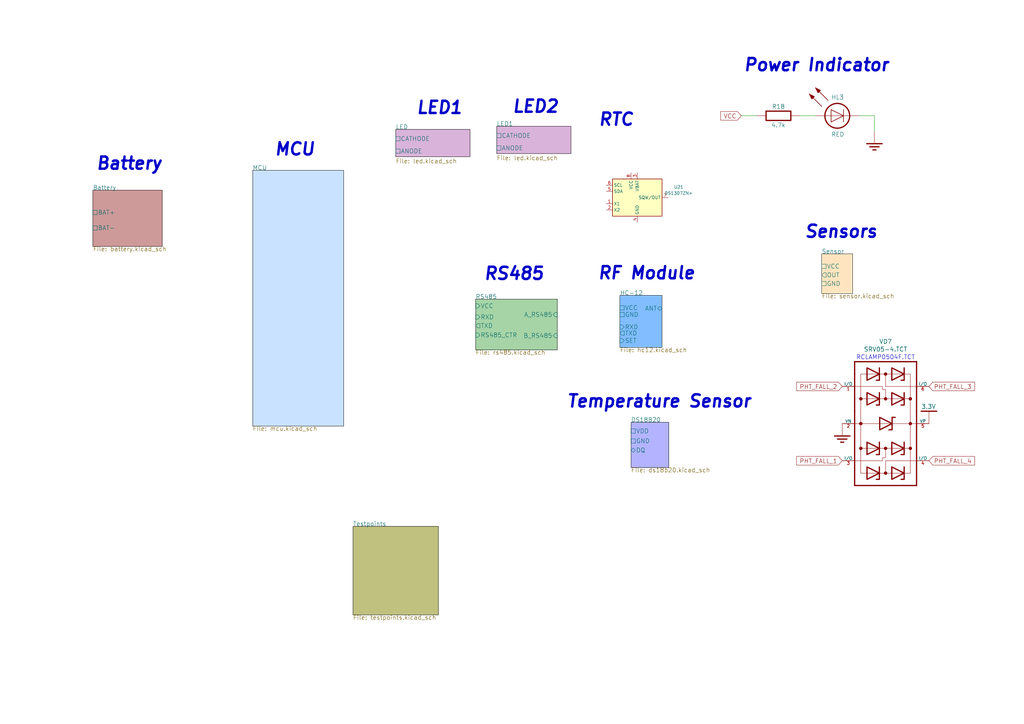
<source format=kicad_sch>
(kicad_sch (version 20211123) (generator eeschema)
  (paper "A3")
  (junction (at 354.584 -114.935))
  (junction (at 568.96 426.974))
  (junction (at 613.41 457.454))
  (junction (at 603.504 640.842))
  (junction (at 594.36 426.974))
  (junction (at 508.508 250.698))
  (junction (at 354.584 -132.715))
  (junction (at 743.458 93.98))
  (junction (at 354.584 -97.155))
  (junction (at 581.914 653.542))
  (junction (at 483.108 255.778))
  (junction (at 431.419 -150.495))
  (junction (at 637.921 24.765))
  (junction (at 247.904 -132.715))
  (junction (at 634.619 -112.395))
  (junction (at 316.484 -132.715))
  (junction (at 209.804 -122.555))
  (junction (at 329.184 -132.715))
  (junction (at 450.469 -150.495))
  (junction (at 316.484 -122.555))
  (junction (at 611.378 243.078))
  (junction (at 637.921 5.715))
  (junction (at 506.349 -150.495))
  (junction (at 650.24 457.454))
  (junction (at 591.693 154.178))
  (junction (at 635 493.014))
  (junction (at 635 470.154))
  (junction (at 638.683 141.478))
  (junction (at 660.4 402.844))
  (junction (at 293.624 -132.715))
  (junction (at 684.784 -163.195))
  (junction (at 612.521 -7.62))
  (junction (at 606.933 128.778))
  (junction (at 556.26 467.614))
  (junction (at 209.804 -132.715))
  (junction (at 235.204 -132.715))
  (junction (at 487.299 -150.495))
  (junction (at 587.883 128.778))
  (junction (at 606.933 141.478))
  (junction (at 568.96 457.454))
  (junction (at 594.36 457.454))
  (junction (at 628.65 444.754))
  (junction (at 281.432 386.588))
  (junction (at 235.204 -122.555))
  (junction (at 367.284 -132.715))
  (junction (at 250.952 386.588))
  (junction (at 383.794 -132.715))
  (junction (at 609.854 -163.195))
  (junction (at 603.504 620.522))
  (junction (at 568.96 447.294))
  (junction (at 743.458 83.82))
  (junction (at 609.854 640.842))
  (junction (at 665.099 -112.395))
  (junction (at 543.56 467.614))
  (junction (at 293.624 -98.425))
  (junction (at 521.208 245.618))
  (junction (at 601.218 225.298))
  (junction (at 697.484 -163.195))
  (junction (at 519.049 -150.495))
  (wire (pts (xy 367.284 -114.935) (xy 354.584 -114.935)))
  (wire (pts (xy 638.683 154.178) (xy 638.683 141.478)))
  (wire (pts (xy 450.469 -150.495) (xy 463.169 -150.495)))
  (wire (pts (xy 367.284 -132.715) (xy 383.794 -132.715)))
  (wire (pts (xy 611.378 249.428) (xy 611.378 243.078)))
  (wire (pts (xy 304.038 47.498) (xy 310.388 47.498)))
  (wire (pts (xy 629.158 225.298) (xy 629.158 231.648)))
  (wire (pts (xy 761.238 88.9) (xy 761.238 93.98)))
  (wire (pts (xy 656.59 439.674) (xy 656.59 446.024)))
  (wire (pts (xy 622.554 647.192) (xy 609.854 647.192)))
  (wire (pts (xy 367.284 -128.905) (xy 367.284 -132.715)))
  (wire (pts (xy 612.521 -7.62) (xy 637.921 -7.62)))
  (wire (pts (xy 209.804 -122.555) (xy 235.204 -122.555)))
  (wire (pts (xy 310.134 -122.555) (xy 316.484 -122.555)))
  (wire (pts (xy 293.624 -145.415) (xy 293.624 -132.715)))
  (wire (pts (xy 354.584 -97.155) (xy 383.794 -97.155)))
  (wire (pts (xy 521.208 239.268) (xy 521.208 245.618)))
  (polyline (pts (xy 646.684 605.917) (xy 646.684 682.117)) (stroke (width 0.508)))
  (wire (pts (xy 587.883 128.778) (xy 606.933 128.778)))
  (polyline (pts (xy 228.092 411.988) (xy 291.592 411.988)) (stroke (width 1)))
  (polyline (pts (xy 646.684 682.117) (xy 542.544 682.117)) (stroke (width 0.508)))
  (wire (pts (xy 480.949 -150.495) (xy 487.299 -150.495)))
  (wire (pts (xy 635 444.754) (xy 628.65 444.754)))
  (wire (pts (xy 280.924 -132.715) (xy 293.624 -132.715)))
  (wire (pts (xy 581.66 447.294) (xy 568.96 447.294)))
  (polyline (pts (xy 507.365 381.889) (xy 508 510.159)) (stroke (width 0.508)))
  (wire (pts (xy 674.243 154.178) (xy 680.593 154.178)))
  (wire (pts (xy 508.508 250.698) (xy 521.208 250.698)))
  (wire (pts (xy 358.648 53.848) (xy 358.648 47.498)))
  (wire (pts (xy 609.854 601.472) (xy 603.504 601.472)))
  (wire (pts (xy 609.854 640.842) (xy 603.504 640.842)))
  (wire (pts (xy 257.302 386.588) (xy 250.952 386.588)))
  (wire (pts (xy 609.854 -163.195) (xy 641.604 -163.195)))
  (wire (pts (xy 487.299 -150.495) (xy 506.349 -150.495)))
  (polyline (pts (xy 725.805 508.889) (xy 725.805 380.619)) (stroke (width 0.508)))
  (wire (pts (xy 508.508 239.268) (xy 508.508 250.698)))
  (wire (pts (xy 635.508 226.568) (xy 635.508 221.488)))
  (wire (pts (xy 502.158 250.698) (xy 508.508 250.698)))
  (wire (pts (xy 348.234 -114.935) (xy 354.584 -114.935)))
  (wire (pts (xy 638.683 128.778) (xy 638.683 132.588)))
  (wire (pts (xy 685.8 402.844) (xy 660.4 402.844)))
  (wire (pts (xy 472.059 -140.335) (xy 472.059 -141.605)))
  (wire (pts (xy 606.171 -7.62) (xy 612.521 -7.62)))
  (wire (pts (xy 272.034 -83.185) (xy 278.384 -83.185)))
  (wire (pts (xy 635 470.154) (xy 635 444.754)))
  (wire (pts (xy 594.36 426.974) (xy 568.96 426.974)))
  (wire (pts (xy 628.65 426.974) (xy 594.36 426.974)))
  (polyline (pts (xy 725.805 380.619) (xy 507.365 380.619)) (stroke (width 0.508)))
  (wire (pts (xy 556.26 493.014) (xy 601.98 493.014)))
  (wire (pts (xy 644.271 57.785) (xy 650.621 57.785)))
  (wire (pts (xy 594.36 457.454) (xy 613.41 457.454)))
  (polyline (pts (xy 291.592 353.568) (xy 228.092 353.568)) (stroke (width 1)))
  (wire (pts (xy 502.158 245.618) (xy 521.208 245.618)))
  (wire (pts (xy 431.419 -150.495) (xy 450.469 -150.495)))
  (wire (pts (xy 603.504 601.472) (xy 603.504 620.522)))
  (wire (pts (xy 743.458 73.66) (xy 743.458 83.82)))
  (polyline (pts (xy 291.592 411.988) (xy 291.592 353.568)) (stroke (width 1)))
  (wire (pts (xy 799.338 83.82) (xy 818.388 83.82)))
  (wire (pts (xy 601.218 249.428) (xy 601.218 225.298)))
  (wire (pts (xy 761.238 78.74) (xy 761.238 73.66)))
  (wire (pts (xy 650.494 -153.035) (xy 650.494 -154.305)))
  (wire (pts (xy 685.8 406.654) (xy 685.8 402.844)))
  (wire (pts (xy 588.01 457.454) (xy 594.36 457.454)))
  (wire (pts (xy 648.208 226.568) (xy 635.508 226.568)))
  (wire (pts (xy 637.921 2.54) (xy 637.921 5.715)))
  (wire (pts (xy 568.96 447.294) (xy 568.96 444.754)))
  (wire (pts (xy 761.238 83.82) (xy 766.318 83.82)))
  (wire (pts (xy 581.914 653.542) (xy 588.264 653.542)))
  (wire (pts (xy 587.883 141.478) (xy 606.933 141.478)))
  (wire (pts (xy 316.484 -145.415) (xy 316.484 -132.715)))
  (wire (pts (xy 203.454 -122.555) (xy 209.804 -122.555)))
  (wire (pts (xy 278.384 -83.185) (xy 278.384 -89.535)))
  (wire (pts (xy 660.4 421.894) (xy 660.4 415.544)))
  (wire (pts (xy 373.634 -114.935) (xy 379.984 -114.935)))
  (wire (pts (xy 603.504 620.522) (xy 603.504 640.842)))
  (wire (pts (xy 293.624 -98.425) (xy 293.624 -74.295)))
  (wire (pts (xy 612.521 5.08) (xy 612.521 5.715)))
  (wire (pts (xy 766.318 78.74) (xy 761.238 78.74)))
  (wire (pts (xy 483.108 255.778) (xy 521.208 255.778)))
  (wire (pts (xy 281.432 404.368) (xy 275.082 404.368)))
  (wire (pts (xy 609.854 647.192) (xy 609.854 640.842)))
  (wire (pts (xy 601.218 225.298) (xy 592.328 225.298)))
  (wire (pts (xy 543.56 467.614) (xy 556.26 467.614)))
  (wire (pts (xy 562.61 426.974) (xy 568.96 426.974)))
  (wire (pts (xy 354.584 -132.715) (xy 329.184 -132.715)))
  (wire (pts (xy 358.648 47.498) (xy 352.298 47.498)))
  (wire (pts (xy 275.082 386.588) (xy 281.432 386.588)))
  (wire (pts (xy 247.904 -127.635) (xy 247.904 -132.715)))
  (wire (pts (xy 637.921 5.715) (xy 637.921 24.765)))
  (wire (pts (xy 592.328 243.078) (xy 611.378 243.078)))
  (wire (pts (xy 594.36 437.134) (xy 594.36 426.974)))
  (polyline (pts (xy 538.734 580.517) (xy 642.874 580.517)) (stroke (width 0.508)))
  (wire (pts (xy 609.854 620.522) (xy 603.504 620.522)))
  (wire (pts (xy 669.29 434.594) (xy 662.94 434.594)))
  (wire (pts (xy 602.996 24.765) (xy 609.346 24.765)))
  (wire (pts (xy 606.933 128.778) (xy 638.683 128.778)))
  (wire (pts (xy 655.701 24.765) (xy 669.671 24.765)))
  (wire (pts (xy 658.749 -112.395) (xy 665.099 -112.395)))
  (wire (pts (xy 293.624 -74.295) (xy 284.734 -74.295)))
  (wire (pts (xy 556.26 467.614) (xy 556.26 493.014)))
  (wire (pts (xy 235.204 -122.555) (xy 247.904 -122.555)))
  (wire (pts (xy 649.859 -103.505) (xy 649.859 -102.235)))
  (wire (pts (xy 293.624 -132.715) (xy 293.624 -98.425)))
  (wire (pts (xy 638.683 141.478) (xy 606.933 141.478)))
  (wire (pts (xy 743.458 83.82) (xy 743.458 93.98)))
  (wire (pts (xy 630.936 24.765) (xy 637.921 24.765)))
  (wire (pts (xy 681.99 480.314) (xy 681.99 457.454)))
  (wire (pts (xy 619.76 493.014) (xy 635 493.014)))
  (polyline (pts (xy 228.092 353.568) (xy 228.092 411.988)) (stroke (width 1)))
  (wire (pts (xy 629.158 236.728) (xy 629.158 243.078)))
  (wire (pts (xy 244.602 386.588) (xy 250.952 386.588)))
  (wire (pts (xy 568.96 450.469) (xy 568.96 447.294)))
  (wire (pts (xy 638.683 137.668) (xy 638.683 141.478)))
  (wire (pts (xy 629.158 231.648) (xy 648.208 231.648)))
  (wire (pts (xy 568.96 457.454) (xy 575.31 457.454)))
  (wire (pts (xy 367.284 -118.745) (xy 367.284 -114.935)))
  (wire (pts (xy 635 493.014) (xy 666.75 493.014)))
  (wire (pts (xy 650.24 402.844) (xy 650.24 457.454)))
  (wire (pts (xy 383.794 -132.715) (xy 386.334 -132.715)))
  (wire (pts (xy 629.158 236.728) (xy 648.208 236.728)))
  (wire (pts (xy 329.184 -132.715) (xy 316.484 -132.715)))
  (wire (pts (xy 506.349 -150.495) (xy 519.049 -150.495)))
  (wire (pts (xy 328.168 47.498) (xy 334.518 47.498)))
  (wire (pts (xy 659.384 -163.195) (xy 684.784 -163.195)))
  (wire (pts (xy 640.969 -112.395) (xy 634.619 -112.395)))
  (wire (pts (xy 681.99 457.454) (xy 650.24 457.454)))
  (wire (pts (xy 287.274 -98.425) (xy 293.624 -98.425)))
  (wire (pts (xy 612.521 5.715) (xy 637.921 5.715)))
  (wire (pts (xy 766.318 88.9) (xy 761.238 88.9)))
  (wire (pts (xy 235.204 -132.715) (xy 247.904 -132.715)))
  (wire (pts (xy 348.234 -97.155) (xy 354.584 -97.155)))
  (wire (pts (xy 684.784 -163.195) (xy 697.484 -163.195)))
  (wire (pts (xy 656.59 446.024) (xy 669.29 446.024)))
  (wire (pts (xy 575.564 653.542) (xy 581.914 653.542)))
  (wire (pts (xy 316.484 -122.555) (xy 329.184 -122.555)))
  (wire (pts (xy 669.29 446.024) (xy 669.29 439.674)))
  (wire (pts (xy 601.218 225.298) (xy 611.378 225.298)))
  (wire (pts (xy 635 493.014) (xy 635 470.154)))
  (wire (pts (xy 209.804 -132.715) (xy 235.204 -132.715)))
  (wire (pts (xy 622.554 659.892) (xy 622.554 647.192)))
  (polyline (pts (xy 508 509.524) (xy 726.44 508.889)) (stroke (width 0.508)))
  (wire (pts (xy 660.4 402.844) (xy 650.24 402.844)))
  (wire (pts (xy 568.96 457.454) (xy 568.96 451.104)))
  (polyline (pts (xy 542.544 682.117) (xy 542.544 605.917)) (stroke (width 0.508)))
  (wire (pts (xy 613.41 432.054) (xy 613.41 457.454)))
  (wire (pts (xy 367.284 -132.715) (xy 354.584 -132.715)))
  (text "Power Indicator" (at 304.673 29.718 0) (effects (font (size 5.0038 5.0038) (thickness 1.0008) bold italic) (justify left bottom)))
  (text "LED" (at 567.8678 560.9336 0) (effects (font (size 19.9898 19.9898) (thickness 3.998) bold italic) (justify left bottom)))
  (text "MCU" (at 112.268 64.262 0) (effects (font (size 5 5) (thickness 1.0008) bold italic) (justify left bottom)))
  (text "Voltage Regulators" (at 431.419 -205.105 0) (effects (font (size 19.9898 19.9898) (thickness 3.998) bold italic) (justify left bottom)))
  (text "RTC" (at 245.11 52.07 0) (effects (font (size 5 5) (thickness 1.0008) bold italic) (justify left bottom)))
  (text "Ground" (at 685.165 435.864 0) (effects (font (size 1.778 1.778) italic) (justify left bottom)))
  (text "Active Buzzer +" (at 648.843 133.858 0) (effects (font (size 1.778 1.778) italic) (justify left bottom)))
  (text "Regulated" (at 374.269 -91.44 0) (effects (font (size 2.54 2.54)) (justify left bottom)))
  (text "3.3/5V" (at 618.998 120.523 0) (effects (font (size 2.54 2.54)) (justify left bottom)))
  (text "Power Supply 12V" (at 618.109 616.712 0) (effects (font (size 1.778 1.778) italic) (justify left bottom)))
  (text "Active Buzzer -" (at 648.843 138.938 0) (effects (font (size 1.778 1.778) italic) (justify left bottom)))
  (text "No Zener Diode" (at 659.765 50.038 0) (effects (font (size 2.54 2.54)) (justify left bottom)))
  (text "Receive" (at 664.083 232.918 0) (effects (font (size 1.778 1.778) italic) (justify left bottom)))
  (text "Power Supply 3.3V" (at 656.463 227.838 0) (effects (font (size 1.778 1.778) italic) (justify left bottom)))
  (text "Battery Voltage" (at 234.188 345.694 0) (effects (font (size 5 5) (thickness 1.0008) bold italic) (justify left bottom)))
  (text "Ground" (at 563.626 9.525 0) (effects (font (size 1.778 1.778) italic) (justify left bottom)))
  (text "Extra package" (at 242.824 -102.235 0) (effects (font (size 2.54 2.54)) (justify left bottom)))
  (text "LED1" (at 170.434 47.244 0) (effects (font (size 5 5) (thickness 1.0008) bold italic) (justify left bottom)))
  (text "LED2" (at 209.804 46.736 0) (effects (font (size 5 5) (thickness 1.0008) bold italic) (justify left bottom)))
  (text "Ground" (at 625.094 602.742 0) (effects (font (size 1.778 1.778) italic) (justify left bottom)))
  (text "RS485" (at 198.12 115.316 0) (effects (font (size 5.0038 5.0038) (thickness 1.0008) bold italic) (justify left bottom)))
  (text "Ground" (at 537.083 262.128 0) (effects (font (size 1.778 1.778) italic) (justify left bottom)))
  (text "Battery" (at 39.116 70.104 0) (effects (font (size 5 5) (thickness 1.0008) bold italic) (justify left bottom)))
  (text "Ground" (at 625.729 642.112 0) (effects (font (size 1.778 1.778) italic) (justify left bottom)))
  (text "Extra package" (at 684.53 496.189 0) (effects (font (size 2.54 2.54)) (justify left bottom)))
  (text "Transmit" (at 663.448 237.998 0) (effects (font (size 1.778 1.778) italic) (justify left bottom)))
  (text "Corrections" (at 598.805 397.129 0) (effects (font (size 5.0038 5.0038)) (justify left bottom)))
  (text "Ground" (at 625.094 621.792 0) (effects (font (size 1.778 1.778) italic) (justify left bottom)))
  (text "Confirmed" (at 579.374 577.342 0) (effects (font (size 5.0038 5.0038)) (justify left bottom)))
  (text "Signal" (at 685.8 430.784 0) (effects (font (size 1.778 1.778) italic) (justify left bottom)))
  (text "Serial Data" (at 533.908 251.968 0) (effects (font (size 1.778 1.778) italic) (justify left bottom)))
  (text "Ground" (at 566.166 26.67 0) (effects (font (size 1.778 1.778) italic) (justify left bottom)))
  (text "Short if driver is not used" (at 582.93 487.299 0) (effects (font (size 2.54 2.54)) (justify left bottom)))
  (text "Lock/Fan PWM control" (at 466.09 364.744 0) (effects (font (size 19.9898 19.9898) (thickness 3.998) bold italic) (justify left bottom)))
  (text "Power Supply 5V" (at 657.098 222.758 0) (effects (font (size 1.778 1.778) italic) (justify left bottom)))
  (text "Temperature Sensor" (at 232.156 167.64 0) (effects (font (size 5.0038 5.0038) (thickness 1.0008) bold italic) (justify left bottom)))
  (text "RF Module" (at 244.856 115.062 0) (effects (font (size 5.0038 5.0038) (thickness 1.0008) bold italic) (justify left bottom)))
  (text "UART" (at 641.223 208.788 0) (effects (font (size 5.0038 5.0038) (thickness 1.0008) bold italic) (justify left bottom)))
  (text "Buzzer" (at 607.568 98.298 0) (effects (font (size 5.0038 5.0038) (thickness 1.0008) bold italic) (justify left bottom)))
  (text "Power Supply 12V" (at 618.1598 637.0066 0) (effects (font (size 1.778 1.778) italic) (justify left bottom)))
  (text "Ground" (at 664.083 243.078 0) (effects (font (size 1.778 1.778) italic) (justify left bottom)))
  (text "IIC EEPROM" (at 761.238 66.04 0) (effects (font (size 5.0038 5.0038) (thickness 1.0008) bold italic) (justify left bottom)))
  (text "Voltage Regulator 3.3V 0.2A" (at 600.329 -128.905 0) (effects (font (size 5.0038 5.0038) (thickness 1.0008) bold italic) (justify left bottom)))
  (text "Power Supply 12V" (at 618.109 597.662 0) (effects (font (size 1.778 1.778) italic) (justify left bottom)))
  (text "Ground" (at 701.04 413.004 0) (effects (font (size 1.778 1.778) italic) (justify left bottom)))
  (text "Voltage Input (protected)!" (at 538.861 -10.795 0) (effects (font (size 2.54 2.54)) (justify left bottom)))
  (text "Power Supply 12V" (at 559.181 -24.13 0) (effects (font (size 5.0038 5.0038) (thickness 1.0008) bold italic) (justify left bottom)))
  (text "Voltage Regulator 5V 0.5A" (at 419.354 -164.465 0) (effects (font (size 5.0038 5.0038) (thickness 1.0008) bold italic) (justify left bottom)))
  (text "Power Supply 3.3V" (at 529.463 257.048 0) (effects (font (size 1.778 1.778) italic) (justify left bottom)))
  (text "I²C/UART1" (at 495.808 207.518 0) (effects (font (size 5.0038 5.0038) (thickness 1.0008) bold italic) (justify left bottom)))
  (text "Step-Down Converter" (at 208.534 -162.56 0) (effects (font (size 10.0076 10.0076) (thickness 2.0015) bold italic) (justify left bottom)))
  (text "Fix XL4005 footprint" (at 225.933 -120.65 0) (effects (font (size 5 5) (thickness 3.998) bold italic) (justify left bottom)))
  (text "Power" (at 685.8 440.944 0) (effects (font (size 1.778 1.778) italic) (justify left bottom)))
  (text "Address" (at 730.25 83.312 0) (effects (font (size 2.54 2.54) (thickness 1.0008) bold italic) (justify left bottom)))
  (text "Extra package" (at 291.084 -152.4 0) (effects (font (size 2.54 2.54)) (justify left bottom)))
  (text "Constant" (at 343.789 -90.17 0) (effects (font (size 2.54 2.54)) (justify left bottom)))
  (text "Input Voltage 12V" (at 558.546 21.59 0) (effects (font (size 1.778 1.778) italic) (justify left bottom)))
  (text "Input Voltage 12V" (at 558.546 3.81 0) (effects (font (size 1.778 1.778) italic) (justify left bottom)))
  (text "PWM Signal" (at 698.5 407.924 0) (effects (font (size 1.778 1.778) italic) (justify left bottom)))
  (text "Sensors" (at 329.692 98.044 0) (effects (font (size 5.0038 5.0038) (thickness 1.0008) bold italic) (justify left bottom)))
  (text "Raspberry" (at 631.698 200.533 0) (effects (font (size 5.0038 5.0038) (thickness 1.0008) bold italic) (justify left bottom)))
  (text "Serial Clock" (at 533.908 246.888 0) (effects (font (size 1.778 1.778) italic) (justify left bottom)))
  (text "RCLAMP0504F.TCT" (at 351.155 147.701 0) (effects (font (size 1.778 1.778)) (justify left bottom)))
  (text "Voltage Regulator 3.3V 1A" (at 598.424 -179.07 0) (effects (font (size 5.0038 5.0038) (thickness 1.0008) bold italic) (justify left bottom)))
  (global_label "FB" (shape input) (at 373.634 -114.935 180) (effects (font (size 1.778 1.778))) (property "Intersheet References" "${INTERSHEET_REFS}" (effects hide)))
  (global_label "I2C_SCL" (shape input) (at 799.338 88.9 0) (effects (font (size 1.778 1.778))) (property "Intersheet References" "${INTERSHEET_REFS}" (effects hide)))
  (global_label "GND_RAW" (shape input) (at 310.134 -122.555 180) (effects (font (size 1.778 1.778))) (property "Intersheet References" "${INTERSHEET_REFS}" (effects hide)))
  (global_label "12V_RAW" (shape input) (at 550.291 20.32 180) (effects (font (size 1.778 1.778))) (property "Intersheet References" "${INTERSHEET_REFS}" (effects hide)))
  (global_label "12V_RAW" (shape input) (at 606.171 -7.62 180) (effects (font (size 1.778 1.778))) (property "Intersheet References" "${INTERSHEET_REFS}" (effects hide)))
  (global_label "USART2_TX" (shape input) (at 592.328 225.298 180) (effects (font (size 1.778 1.778))) (property "Intersheet References" "${INTERSHEET_REFS}" (effects hide)))
  (global_label "USART2_RX" (shape input) (at 592.328 243.078 180) (effects (font (size 1.778 1.778))) (property "Intersheet References" "${INTERSHEET_REFS}" (effects hide)))
  (global_label "GND_RAW" (shape input) (at 550.291 25.4 180) (effects (font (size 1.778 1.778))) (property "Intersheet References" "${INTERSHEET_REFS}" (effects hide)))
  (global_label "VCC" (shape input) (at 304.038 47.498 180) (effects (font (size 1.778 1.778))) (property "Intersheet References" "${INTERSHEET_REFS}" (effects hide)))
  (global_label "PHT_FALL_1" (shape input) (at 345.44 188.976 180) (effects (font (size 1.778 1.778))) (property "Intersheet References" "${INTERSHEET_REFS}" (effects hide)))
  (global_label "GND_RAW" (shape input) (at 549.656 7.62 180) (effects (font (size 1.778 1.778))) (property "Intersheet References" "${INTERSHEET_REFS}" (effects hide)))
  (global_label "12V" (shape input) (at 685.8 411.734 180) (effects (font (size 1.778 1.778))) (property "Intersheet References" "${INTERSHEET_REFS}" (effects hide)))
  (global_label "FB" (shape input) (at 280.924 -127.635 0) (effects (font (size 1.778 1.778))) (property "Intersheet References" "${INTERSHEET_REFS}" (effects hide)))
  (global_label "PHT_FALL_2" (shape input) (at 345.44 158.496 180) (effects (font (size 1.778 1.778))) (property "Intersheet References" "${INTERSHEET_REFS}" (effects hide)))
  (global_label "LED_PWM_5V" (shape input) (at 581.279 628.142 0) (effects (font (size 1.778 1.778))) (property "Intersheet References" "${INTERSHEET_REFS}" (effects hide)))
  (global_label "SD_CS" (shape input) (at 669.29 429.514 180) (effects (font (size 1.778 1.778))) (property "Intersheet References" "${INTERSHEET_REFS}" (effects hide)))
  (global_label "LED_PWM" (shape input) (at 563.499 628.142 180) (effects (font (size 1.778 1.778))) (property "Intersheet References" "${INTERSHEET_REFS}" (effects hide)))
  (global_label "BUZZER" (shape input) (at 573.913 154.178 180) (effects (font (size 1.778 1.778))) (property "Intersheet References" "${INTERSHEET_REFS}" (effects hide)))
  (global_label "GND_RAW" (shape input) (at 602.996 24.765 180) (effects (font (size 1.778 1.778))) (property "Intersheet References" "${INTERSHEET_REFS}" (effects hide)))
  (global_label "CTR_BAT_VOL" (shape input) (at 275.082 404.368 180) (effects (font (size 1.778 1.778))) (property "Intersheet References" "${INTERSHEET_REFS}" (effects hide)))
  (global_label "GND_RAW" (shape input) (at 280.924 -122.555 0) (effects (font (size 1.778 1.778))) (property "Intersheet References" "${INTERSHEET_REFS}" (effects hide)))
  (global_label "BAT_VOL" (shape input) (at 244.602 386.588 180) (effects (font (size 1.778 1.778))) (property "Intersheet References" "${INTERSHEET_REFS}" (effects hide)))
  (global_label "FB" (shape input) (at 348.234 -114.935 180) (effects (font (size 1.778 1.778))) (property "Intersheet References" "${INTERSHEET_REFS}" (effects hide)))
  (global_label "12V_RAW" (shape input) (at 644.271 57.785 180) (effects (font (size 1.778 1.778))) (property "Intersheet References" "${INTERSHEET_REFS}" (effects hide)))
  (global_label "GND_RAW" (shape input) (at 348.234 -97.155 180) (effects (font (size 1.778 1.778))) (property "Intersheet References" "${INTERSHEET_REFS}" (effects hide)))
  (global_label "LED_PWM_5V" (shape input) (at 607.314 672.592 180) (effects (font (size 1.778 1.778))) (property "Intersheet References" "${INTERSHEET_REFS}" (effects hide)))
  (global_label "12V_RAW" (shape input) (at 549.656 2.54 180) (effects (font (size 1.778 1.778))) (property "Intersheet References" "${INTERSHEET_REFS}" (effects hide)))
  (global_label "GND_RAW" (shape input) (at 269.494 -98.425 180) (effects (font (size 1.778 1.778))) (property "Intersheet References" "${INTERSHEET_REFS}" (effects hide)))
  (global_label "I2C_SDA" (shape input) (at 502.158 250.698 180) (effects (font (size 1.778 1.778))) (property "Intersheet References" "${INTERSHEET_REFS}" (effects hide)))
  (global_label "12V" (shape input) (at 562.61 426.974 180) (effects (font (size 1.778 1.778))) (property "Intersheet References" "${INTERSHEET_REFS}" (effects hide)))
  (global_label "PHT_FALL_3" (shape input) (at 381 158.496 0) (effects (font (size 1.778 1.778))) (property "Intersheet References" "${INTERSHEET_REFS}" (effects hide)))
  (global_label "I2C_SCL" (shape input) (at 502.158 245.618 180) (effects (font (size 1.778 1.778))) (property "Intersheet References" "${INTERSHEET_REFS}" (effects hide)))
  (global_label "LED_PWM_5V" (shape input) (at 557.784 653.542 180) (effects (font (size 1.778 1.778))) (property "Intersheet References" "${INTERSHEET_REFS}" (effects hide)))
  (global_label "I2C_SDA" (shape input) (at 799.338 93.98 0) (effects (font (size 1.778 1.778))) (property "Intersheet References" "${INTERSHEET_REFS}" (effects hide)))
  (global_label "LOCK_PWM" (shape input) (at 525.78 467.614 180) (effects (font (size 1.778 1.778))) (property "Intersheet References" "${INTERSHEET_REFS}" (effects hide)))
  (global_label "GND_RAW" (shape input) (at 272.034 -83.185 180) (effects (font (size 1.778 1.778))) (property "Intersheet References" "${INTERSHEET_REFS}" (effects hide)))
  (global_label "12V" (shape input) (at 660.4 421.894 180) (effects (font (size 1.778 1.778))) (property "Intersheet References" "${INTERSHEET_REFS}" (effects hide)))
  (global_label "GND_RAW" (shape input) (at 272.034 -74.295 180) (effects (font (size 1.778 1.778))) (property "Intersheet References" "${INTERSHEET_REFS}" (effects hide)))
  (global_label "PHT_FALL_4" (shape input) (at 381 188.976 0) (effects (font (size 1.778 1.778))) (property "Intersheet References" "${INTERSHEET_REFS}" (effects hide)))
  (global_label "12V_RAW" (shape input) (at 386.334 -132.715 0) (effects (font (size 1.778 1.778))) (property "Intersheet References" "${INTERSHEET_REFS}" (effects hide)))
  (symbol (lib_name "C_CAP_31") (lib_id "Capacitors:C_CAP") (at 450.469 -145.415 270) (unit 1)
    (property "Reference" "C8" (at 455.168 -146.9644 90) (effects (font (size 1.778 1.778)) (justify left)))
    (property "Value" "0.1u" (at 455.168 -143.891 90) (effects (font (size 1.778 1.778)) (justify left)))
    (property "Footprint" "Capacitor_SMD:C_0603_1608Metric" (effects hide))
  )
  (symbol (lib_name "C_CAP_27") (lib_id "Capacitors:C_CAP") (at 506.349 -145.415 270) (unit 1)
    (property "Reference" "C10" (at 511.048 -146.9644 90) (effects (font (size 1.778 1.778)) (justify left)))
    (property "Value" "10u" (at 511.048 -143.891 90) (effects (font (size 1.778 1.778)) (justify left)))
    (property "Footprint" "Capacitor_SMD:C_1206_3216Metric_Pad1.33x1.80mm_HandSolder" (effects hide))
  )
  (symbol (lib_id "Power:GROUND") (at 472.059 -135.255 0) (unit 1)
    (property "Reference" "#PWR012" (effects hide))
    (property "Value" "GROUND" (effects hide))
  )
  (symbol (lib_id "Power:GROUND") (at 506.349 -135.255 0) (unit 1)
    (property "Reference" "#PWR014" (effects hide))
    (property "Value" "GROUND" (effects hide))
  )
  (symbol (lib_id "Power:GROUND") (at 450.469 -135.255 0) (unit 1)
    (property "Reference" "#PWR011" (effects hide))
    (property "Value" "GROUND" (effects hide))
  )
  (symbol (lib_id "Diodes:D_ZENER_SPICE") (at 612.521 -1.27 90) (unit 1)
    (property "Reference" "VD2" (at 615.95 -2.8194 90) (effects (font (size 1.778 1.778)) (justify right)))
    (property "Value" "SM6T12A" (at 615.95 0.254 90) (effects (font (size 1.778 1.778)) (justify right)))
    (property "Footprint" "Diode_SMD:D_SMB" (effects hide))
  )
  (symbol (lib_id "Connectors:XT_CONTACT_ARR2") (at 567.436 5.08 0) (unit 1)
    (property "Reference" "XT10" (at 564.896 -5.08 0) (effects (font (size 1.778 1.778)) (justify left)))
    (property "Value" "DC044A 5.5/3.5mm" (at 553.466 -1.905 0) (effects (font (size 1.778 1.778)) (justify left)))
    (property "Footprint" "Connector_BarrelJack:BarrelJack_DC044A_5.5_2.5mm_Horizontal" (effects hide))
  )
  (symbol (lib_id "Diodes:D_ZENER_SPICE") (at 519.049 -144.145 90) (unit 1)
    (property "Reference" "VD3" (at 522.478 -145.6944 90) (effects (font (size 1.778 1.778)) (justify right)))
    (property "Value" "CDSOD323-T05SC" (at 522.478 -142.621 90) (effects (font (size 1.778 1.778)) (justify right)))
    (property "Footprint" "Diode_SMD:D_SOD-323_HandSoldering" (effects hide))
  )
  (symbol (lib_id "Power:GROUND") (at 519.049 -132.715 0) (unit 1)
    (property "Reference" "#PWR016" (effects hide))
    (property "Value" "GROUND" (effects hide))
  )
  (symbol (lib_id "Power:GROUND") (at 345.44 178.816 0) (unit 1)
    (property "Reference" "#PWR090" (effects hide))
    (property "Value" "GROUND" (effects hide))
  )
  (symbol (lib_id "Chips:XC6206P332MR") (at 649.859 -112.395 0) (unit 1)
    (property "Reference" "DA4" (at 647.319 -122.555 0) (effects (font (size 1.778 1.778)) (justify left)))
    (property "Value" "XC6206P332MR" (at 639.064 -119.38 0) (effects (font (size 1.778 1.778)) (justify left)))
    (property "Footprint" "Package_TO_SOT_SMD:SOT-23" (effects hide))
  )
  (symbol (lib_id "Power:GROUND") (at 634.619 -97.155 0) (unit 1)
    (property "Reference" "#PWR018" (effects hide))
    (property "Value" "GROUND" (effects hide))
  )
  (symbol (lib_name "C_CAP_18") (lib_id "Capacitors:C_CAP") (at 634.619 -107.315 270) (unit 1)
    (property "Reference" "C16" (at 639.318 -108.8644 90) (effects (font (size 1.778 1.778)) (justify left)))
    (property "Value" "10u" (at 639.318 -105.791 90) (effects (font (size 1.778 1.778)) (justify left)))
    (property "Footprint" "Capacitor_SMD:C_1206_3216Metric_Pad1.33x1.80mm_HandSolder" (effects hide))
  )
  (symbol (lib_id "Power:GROUND") (at 665.099 -97.155 0) (unit 1)
    (property "Reference" "#PWR020" (effects hide))
    (property "Value" "GROUND" (effects hide))
  )
  (symbol (lib_name "C_CAP_19") (lib_id "Capacitors:C_CAP") (at 665.099 -107.315 270) (unit 1)
    (property "Reference" "C17" (at 669.798 -108.8644 90) (effects (font (size 1.778 1.778)) (justify left)))
    (property "Value" "10u" (at 669.798 -105.791 90) (effects (font (size 1.778 1.778)) (justify left)))
    (property "Footprint" "Capacitor_SMD:C_1206_3216Metric_Pad1.33x1.80mm_HandSolder" (effects hide))
  )
  (symbol (lib_id "Power:GROUND") (at 649.859 -97.155 0) (unit 1)
    (property "Reference" "#PWR019" (effects hide))
    (property "Value" "GROUND" (effects hide))
  )
  (symbol (lib_id "Power:3.3V") (at 483.108 250.698 0) (unit 1)
    (property "Reference" "U54" (effects hide))
    (property "Value" "3.3V" (at 480.1362 248.9454 0) (effects (font (size 1.778 1.778)) (justify left)))
  )
  (symbol (lib_id "Power:5V") (at 519.049 -155.575 0) (unit 1)
    (property "Reference" "U9" (effects hide))
    (property "Value" "5V" (at 517.3726 -157.0228 0) (effects (font (size 1.778 1.778)) (justify left)))
  )
  (symbol (lib_id "Power:GROUND") (at 648.208 246.888 0) (unit 1)
    (property "Reference" "#PWR063" (effects hide))
    (property "Value" "GROUND" (effects hide))
  )
  (symbol (lib_id "Diodes:VD_TVS_ARRAY9") (at 363.22 153.416 0) (unit 1)
    (property "Reference" "VD7" (at 363.22 140.081 0) (effects (font (size 1.778 1.778))))
    (property "Value" "SRV05-4.TCT" (at 363.22 143.256 0) (effects (font (size 1.778 1.778))))
    (property "Footprint" "Package_TO_SOT_SMD:SOT-23-6_Handsoldering" (effects hide))
  )
  (symbol (lib_id "Connectors:XT_CONTACT_ARR4") (at 538.988 253.238 0) (unit 1)
    (property "Reference" "XT17" (at 536.448 237.998 0) (effects (font (size 1.778 1.778)) (justify left)))
    (property "Value" "XH2.54-4" (at 533.273 241.173 0) (effects (font (size 1.778 1.778)) (justify left)))
    (property "Footprint" "Connector_JST:JST_XH_B4B-XH-A_1x04_P2.50mm_Vertical" (effects hide))
  )
  (symbol (lib_name "R_RES_10") (lib_id "Resistors:R_RES") (at 521.208 230.378 270) (unit 1)
    (property "Reference" "R15" (at 526.288 229.108 90) (effects (font (size 1.778 1.778))))
    (property "Value" "4.7k" (at 526.288 231.648 90) (effects (font (size 1.778 1.778))))
    (property "Footprint" "Resistor_SMD:R_0603_1608Metric" (effects hide))
  )
  (symbol (lib_name "R_RES_11") (lib_id "Resistors:R_RES") (at 508.508 230.378 270) (unit 1)
    (property "Reference" "R14" (at 513.588 229.108 90) (effects (font (size 1.778 1.778))))
    (property "Value" "4.7k" (at 513.588 231.648 90) (effects (font (size 1.778 1.778))))
    (property "Footprint" "Resistor_SMD:R_0603_1608Metric" (effects hide))
  )
  (symbol (lib_id "Power:3.3V") (at 508.508 216.408 0) (unit 1)
    (property "Reference" "U45" (effects hide))
    (property "Value" "3.3V" (at 505.5362 214.6554 0) (effects (font (size 1.778 1.778)) (justify left)))
  )
  (symbol (lib_id "Power:3.3V") (at 521.208 216.408 0) (unit 1)
    (property "Reference" "U46" (effects hide))
    (property "Value" "3.3V" (at 518.2362 214.6554 0) (effects (font (size 1.778 1.778)) (justify left)))
  )
  (symbol (lib_id "Power:3.3V") (at 381 168.656 0) (unit 1)
    (property "Reference" "U64" (effects hide))
    (property "Value" "3.3V" (at 377.825 166.751 0) (effects (font (size 1.778 1.778)) (justify left)))
  )
  (symbol (lib_id "Power:3.3V") (at 665.099 -117.475 0) (unit 1)
    (property "Reference" "U14" (effects hide))
    (property "Value" "3.3V" (at 662.1272 -119.2276 0) (effects (font (size 1.778 1.778)) (justify left)))
  )
  (symbol (lib_id "Audio:BA_SPEAKER") (at 606.933 135.128 270) (unit 1)
    (property "Reference" "BA1" (at 611.6066 133.5786 90) (effects (font (size 1.778 1.778)) (justify left)))
    (property "Value" "BUZZER 12x9.5mm" (at 611.6066 136.652 90) (effects (font (size 1.778 1.778)) (justify left)))
    (property "Footprint" "Buzzer_Beeper:Buzzer_12x9.5RM7.6" (effects hide))
  )
  (symbol (lib_id "Power:GROUND") (at 606.933 164.338 0) (unit 1)
    (property "Reference" "#PWR047" (effects hide))
    (property "Value" "GROUND" (effects hide))
  )
  (symbol (lib_id "Power:5V") (at 634.619 -117.475 0) (unit 1)
    (property "Reference" "U13" (effects hide))
    (property "Value" "5V" (at 632.9426 -118.9228 0) (effects (font (size 1.778 1.778)) (justify left)))
  )
  (symbol (lib_id "Power:GROUND") (at 521.208 265.938 0) (unit 1)
    (property "Reference" "#PWR068" (effects hide))
    (property "Value" "GROUND" (effects hide))
  )
  (symbol (lib_name "C_CAP_6") (lib_id "Capacitors:C_CAP") (at 637.921 -2.54 270) (unit 1)
    (property "Reference" "C29" (at 642.62 -4.0894 90) (effects (font (size 1.778 1.778)) (justify left)))
    (property "Value" "220u/25V" (at 642.62 -1.016 90) (effects (font (size 1.778 1.778)) (justify left)))
    (property "Footprint" "Capacitor_THT:CP_Radial_D8.0mm_P5.00mm" (effects hide))
  )
  (symbol (lib_name "C_CAP_33") (lib_id "Capacitors:C_CAP") (at 431.419 -145.415 270) (unit 1)
    (property "Reference" "C7" (at 436.118 -146.9644 90) (effects (font (size 1.778 1.778)) (justify left)))
    (property "Value" "10u" (at 436.118 -143.891 90) (effects (font (size 1.778 1.778)) (justify left)))
    (property "Footprint" "Capacitor_SMD:C_1206_3216Metric_Pad1.42x1.75mm_HandSolder" (effects hide))
  )
  (symbol (lib_id "Power:GROUND") (at 431.419 -135.255 0) (unit 1)
    (property "Reference" "#PWR010" (effects hide))
    (property "Value" "GROUND" (effects hide))
  )
  (symbol (lib_id "Power:GROUND") (at 487.299 -135.255 0) (unit 1)
    (property "Reference" "#PWR013" (effects hide))
    (property "Value" "GROUND" (effects hide))
  )
  (symbol (lib_name "C_CAP_26") (lib_id "Capacitors:C_CAP") (at 487.299 -145.415 270) (unit 1)
    (property "Reference" "C9" (at 491.998 -146.9644 90) (effects (font (size 1.778 1.778)) (justify left)))
    (property "Value" "0.1u" (at 491.998 -143.891 90) (effects (font (size 1.778 1.778)) (justify left)))
    (property "Footprint" "Capacitor_SMD:C_0603_1608Metric" (effects hide))
  )
  (symbol (lib_id "Power:GROUND") (at 603.504 663.702 0) (unit 1)
    (property "Reference" "#PWR0149" (effects hide))
    (property "Value" "GROUND" (effects hide))
  )
  (symbol (lib_name "R_RES_38") (lib_id "Resistors:R_RES") (at 581.914 662.432 270) (unit 1)
    (property "Reference" "R76" (at 586.994 661.162 90) (effects (font (size 1.778 1.778))))
    (property "Value" "4.7k" (at 586.994 663.702 90) (effects (font (size 1.778 1.778))))
    (property "Footprint" "Resistor_SMD:R_0603_1608Metric" (effects hide))
  )
  (symbol (lib_id "Power:GROUND") (at 581.914 676.402 0) (unit 1)
    (property "Reference" "#PWR0152" (effects hide))
    (property "Value" "GROUND" (effects hide))
  )
  (symbol (lib_id "Connectors:XT_CONTACT_ARR2") (at 703.58 409.194 0) (unit 1)
    (property "Reference" "XT32" (at 700.405 399.034 0) (effects (font (size 1.778 1.778)) (justify left)))
    (property "Value" "XH2.54-2" (at 696.595 402.209 0) (effects (font (size 1.778 1.778)) (justify left)))
    (property "Footprint" "Connector_JST:JST_XH_B2B-XH-A_1x02_P2.50mm_Vertical" (effects hide))
  )
  (symbol (lib_id "Transistors:VT_NMOS_DEP_GSD") (at 645.16 466.344 0) (unit 1)
    (property "Reference" "VT19" (at 652.4752 464.7946 0) (effects (font (size 1.778 1.778)) (justify left)))
    (property "Value" "IRLML2502" (at 652.4752 467.868 0) (effects (font (size 1.778 1.778)) (justify left)))
    (property "Footprint" "Package_TO_SOT_SMD:SOT-23" (effects hide))
  )
  (symbol (lib_id "Power:GROUND") (at 650.24 480.314 0) (unit 1)
    (property "Reference" "#PWR0110" (effects hide))
    (property "Value" "GROUND" (effects hide))
  )
  (symbol (lib_id "Power:GROUND") (at 568.96 482.854 0) (unit 1)
    (property "Reference" "#PWR0111" (effects hide))
    (property "Value" "GROUND" (effects hide))
  )
  (symbol (lib_name "R_RES_2") (lib_id "Resistors:R_RES") (at 534.67 467.614 0) (unit 1)
    (property "Reference" "R56" (at 534.67 463.804 0) (effects (font (size 1.778 1.778))))
    (property "Value" "10" (at 534.67 471.424 0) (effects (font (size 1.778 1.778))))
    (property "Footprint" "Resistor_SMD:R_0603_1608Metric" (effects hide))
  )
  (symbol (lib_name "R_RES_3") (lib_id "Resistors:R_RES") (at 543.56 476.504 270) (unit 1)
    (property "Reference" "R59" (at 548.64 475.234 90) (effects (font (size 1.778 1.778))))
    (property "Value" "4.7k" (at 548.64 477.774 90) (effects (font (size 1.778 1.778))))
    (property "Footprint" "Resistor_SMD:R_0603_1608Metric" (effects hide))
  )
  (symbol (lib_id "Power:GROUND") (at 543.56 490.474 0) (unit 1)
    (property "Reference" "#PWR0114" (effects hide))
    (property "Value" "GROUND" (effects hide))
  )
  (symbol (lib_id "Transistors:VT_NPN_BEC") (at 566.42 467.614 0) (unit 1)
    (property "Reference" "VT20" (at 573.6336 466.0646 0) (effects (font (size 1.778 1.778)) (justify left)))
    (property "Value" "BC847" (at 573.6336 469.138 0) (effects (font (size 1.778 1.778)) (justify left)))
    (property "Footprint" "Package_TO_SOT_SMD:SOT-23" (effects hide))
  )
  (symbol (lib_name "R_RES_8") (lib_id "Resistors:R_RES") (at 610.87 493.014 0) (unit 1)
    (property "Reference" "R62" (at 610.87 489.204 0) (effects (font (size 1.778 1.778))))
    (property "Value" "0" (at 610.87 497.459 0) (effects (font (size 1.778 1.778))))
    (property "Footprint" "Resistor_SMD:R_0603_1608Metric" (effects hide))
  )
  (symbol (lib_id "Transistors:VT_NMOS_DEP_GSD") (at 598.424 649.732 0) (unit 1)
    (property "Reference" "VT21" (at 606.044 649.732 0) (effects (font (size 1.778 1.778)) (justify left)))
    (property "Value" "IRLML2502" (at 606.044 652.272 0) (effects (font (size 1.778 1.778)) (justify left)))
    (property "Footprint" "Package_TO_SOT_SMD:SOT-23" (effects hide))
  )
  (symbol (lib_name "R_RES_22") (lib_id "Resistors:R_RES") (at 620.268 225.298 180) (unit 1)
    (property "Reference" "R13" (at 620.268 222.123 0) (effects (font (size 1.778 1.778))))
    (property "Value" "10" (at 620.268 229.108 0) (effects (font (size 1.778 1.778))))
    (property "Footprint" "Resistor_SMD:R_0603_1608Metric" (effects hide))
  )
  (symbol (lib_name "R_RES_23") (lib_id "Resistors:R_RES") (at 620.268 243.078 180) (unit 1)
    (property "Reference" "R20" (at 620.268 239.903 0) (effects (font (size 1.778 1.778))))
    (property "Value" "10" (at 620.268 246.888 0) (effects (font (size 1.778 1.778))))
    (property "Footprint" "Resistor_SMD:R_0603_1608Metric" (effects hide))
  )
  (symbol (lib_name "R_RES_1") (lib_id "Resistors:R_RES") (at 568.96 435.864 270) (unit 1)
    (property "Reference" "R54" (at 574.675 434.594 90) (effects (font (size 1.778 1.778))))
    (property "Value" "1k" (at 573.405 437.134 90) (effects (font (size 1.778 1.778))))
    (property "Footprint" "Resistor_SMD:R_0603_1608Metric" (effects hide))
  )
  (symbol (lib_name "R_RES_37") (lib_id "Resistors:R_RES") (at 566.674 653.542 0) (unit 1)
    (property "Reference" "R75" (at 566.674 649.732 0) (effects (font (size 1.778 1.778))))
    (property "Value" "10" (at 566.674 657.987 0) (effects (font (size 1.778 1.778))))
    (property "Footprint" "Resistor_SMD:R_0603_1608Metric" (effects hide))
  )
  (symbol (lib_id "Transistors:VT_NMOS_DEP_GSD") (at 623.57 453.644 0) (unit 1)
    (property "Reference" "VT18" (at 630.8852 452.0946 0) (effects (font (size 1.778 1.778)) (justify left)))
    (property "Value" "IRLML2502" (at 630.8852 455.168 0) (effects (font (size 1.778 1.778)) (justify left)))
    (property "Footprint" "Package_TO_SOT_SMD:SOT-23" (effects hide))
  )
  (symbol (lib_id "Transistors:VT_NMOS_DEP_GSD") (at 601.853 150.368 0) (unit 1)
    (property "Reference" "VT2" (at 609.1682 148.8186 0) (effects (font (size 1.778 1.778)) (justify left)))
    (property "Value" "IRLML2502" (at 609.1682 151.892 0) (effects (font (size 1.778 1.778)) (justify left)))
    (property "Footprint" "Package_TO_SOT_SMD:SOT-23" (effects hide))
  )
  (symbol (lib_id "Transistors:VT_PMOS_DEP_GSD") (at 623.57 435.864 0) (unit 1)
    (property "Reference" "VT16" (at 631.19 434.594 0) (effects (font (size 1.778 1.778)) (justify left)))
    (property "Value" "AO3407" (at 631.19 437.134 0) (effects (font (size 1.778 1.778)) (justify left)))
    (property "Footprint" "Package_TO_SOT_SMD:SOT-23" (effects hide))
  )
  (symbol (lib_name "R_RES_17") (lib_id "Resistors:R_RES") (at 591.693 163.068 270) (unit 1)
    (property "Reference" "R6" (at 596.773 161.798 90) (effects (font (size 1.778 1.778))))
    (property "Value" "4.7k" (at 597.408 164.338 90) (effects (font (size 1.778 1.778))))
    (property "Footprint" "Resistor_SMD:R_0603_1608Metric" (effects hide))
  )
  (symbol (lib_name "R_RES_18") (lib_id "Resistors:R_RES") (at 582.803 154.178 180) (unit 1)
    (property "Reference" "R4" (at 582.803 150.368 0) (effects (font (size 1.778 1.778))))
    (property "Value" "10" (at 582.803 157.988 0) (effects (font (size 1.778 1.778))))
    (property "Footprint" "Resistor_SMD:R_0603_1608Metric" (effects hide))
  )
  (symbol (lib_id "Power:GROUND") (at 591.693 177.038 0) (unit 1)
    (property "Reference" "#PWR054" (effects hide))
    (property "Value" "GROUND" (effects hide))
  )
  (symbol (lib_id "Power:GROUND") (at 662.94 439.674 0) (unit 1)
    (property "Reference" "#PWR097" (effects hide))
    (property "Value" "GROUND" (effects hide))
  )
  (symbol (lib_id "Connectors:XT_CONTACT_ARR3") (at 687.07 434.594 0) (unit 1)
    (property "Reference" "XT28" (at 685.8 422.529 0) (effects (font (size 1.778 1.778)) (justify left)))
    (property "Value" "XH2.54-3" (at 680.72 425.069 0) (effects (font (size 1.778 1.778)) (justify left)))
    (property "Footprint" "Connector_JST:JST_XH_B3B-XH-A_1x03_P2.50mm_Vertical" (effects hide))
  )
  (symbol (lib_id "Power:GROUND") (at 628.65 467.614 0) (unit 1)
    (property "Reference" "#PWR0106" (effects hide))
    (property "Value" "GROUND" (effects hide))
  )
  (symbol (lib_id "Connectors:XT_CONTACT_ARR2") (at 627.634 638.302 0) (unit 1)
    (property "Reference" "XT54" (at 625.094 628.777 0) (effects (font (size 1.778 1.778)) (justify left)))
    (property "Value" "PWL-2R" (at 623.189 631.317 0) (effects (font (size 1.778 1.778)) (justify left)))
    (property "Footprint" "Connector_JST:JST_VH_B2PS-VH_1x02_P3.96mm_Horizontal" (effects hide))
  )
  (symbol (lib_id "Connectors:XT_CONTACT_ARR2") (at 627.634 617.982 0) (unit 1)
    (property "Reference" "XT53" (at 625.094 608.457 0) (effects (font (size 1.778 1.778)) (justify left)))
    (property "Value" "PWL-2R" (at 622.554 610.997 0) (effects (font (size 1.778 1.778)) (justify left)))
    (property "Footprint" "Connector_JST:JST_VH_B2PS-VH_1x02_P3.96mm_Horizontal" (effects hide))
  )
  (symbol (lib_id "Power:GROUND") (at 684.784 -147.955 0) (unit 1)
    (property "Reference" "#PWR08" (effects hide))
    (property "Value" "GROUND" (effects hide))
  )
  (symbol (lib_id "Power:GROUND") (at 650.494 -147.955 0) (unit 1)
    (property "Reference" "#PWR06" (effects hide))
    (property "Value" "GROUND" (effects hide))
  )
  (symbol (lib_name "C_CAP_25") (lib_id "Capacitors:C_CAP") (at 684.784 -158.115 270) (unit 1)
    (property "Reference" "C6" (at 689.483 -159.6644 90) (effects (font (size 1.778 1.778)) (justify left)))
    (property "Value" "10u" (at 689.483 -156.591 90) (effects (font (size 1.778 1.778)) (justify left)))
    (property "Footprint" "Capacitor_SMD:C_1206_3216Metric_Pad1.33x1.80mm_HandSolder" (effects hide))
  )
  (symbol (lib_id "Power:GROUND") (at 697.484 -145.415 0) (unit 1)
    (property "Reference" "#PWR09" (effects hide))
    (property "Value" "GROUND" (effects hide))
  )
  (symbol (lib_id "Diodes:D_ZENER_SPICE") (at 697.484 -156.845 90) (unit 1)
    (property "Reference" "VD1" (at 700.913 -158.3944 90) (effects (font (size 1.778 1.778)) (justify right)))
    (property "Value" "CDSOD323-T05SC" (at 700.913 -155.321 90) (effects (font (size 1.778 1.778)) (justify right)))
    (property "Footprint" "Diode_SMD:D_SOD-323_HandSoldering" (effects hide))
  )
  (symbol (lib_name "C_CAP_28") (lib_id "Capacitors:C_CAP") (at 609.854 -158.115 270) (unit 1)
    (property "Reference" "C3" (at 614.553 -159.6644 90) (effects (font (size 1.778 1.778)) (justify left)))
    (property "Value" "10u" (at 614.553 -156.591 90) (effects (font (size 1.778 1.778)) (justify left)))
    (property "Footprint" "Capacitor_SMD:C_1206_3216Metric_Pad1.42x1.75mm_HandSolder" (effects hide))
  )
  (symbol (lib_id "Power:GROUND") (at 609.854 -147.955 0) (unit 1)
    (property "Reference" "#PWR04" (effects hide))
    (property "Value" "GROUND" (effects hide))
  )
  (symbol (lib_id "Power:3.3V") (at 656.59 434.594 0) (unit 1)
    (property "Reference" "U123" (effects hide))
    (property "Value" "3.3V" (at 653.6182 432.8414 0) (effects (font (size 1.778 1.778)) (justify left)))
  )
  (symbol (lib_id "Power:5V") (at 609.854 -168.275 0) (unit 1)
    (property "Reference" "U5" (effects hide))
    (property "Value" "5V" (at 608.1776 -169.7228 0) (effects (font (size 1.778 1.778)) (justify left)))
  )
  (symbol (lib_id "Power:3.3V") (at 697.484 -168.275 0) (unit 1)
    (property "Reference" "U6" (effects hide))
    (property "Value" "3.3V" (at 694.5122 -170.0276 0) (effects (font (size 1.778 1.778)) (justify left)))
  )
  (symbol (lib_id "Chips:XL4005") (at 264.414 -137.795 0) (unit 1)
    (property "Reference" "DA3" (at 264.414 -142.24 0) (effects (font (size 1.778 1.778))))
    (property "Value" "XL4005" (at 264.414 -139.7 0) (effects (font (size 1.778 1.778))))
    (property "Footprint" "Package_TO_SOT_SMD:TO-263-5_TabPin6" (effects hide))
    (property "Datasheet" "http://www.xlsemi.com/datasheet/xl4005%20datasheet.pdf" (effects hide))
  )
  (symbol (lib_id "Inductors:L_DIEL") (at 305.054 -132.715 0) (unit 1)
    (property "Reference" "L2" (at 305.054 -137.795 0) (effects (font (size 1.778 1.778))))
    (property "Value" "33uH/5A" (at 305.054 -130.175 0) (effects (font (size 1.778 1.778))))
    (property "Footprint" "Inductor_THT:L_Toroid_Vertical_L16.0mm_W8.0mm_P7.62mm" (effects hide))
  )
  (symbol (lib_id "Power:24V") (at 209.804 -137.795 0) (unit 1)
    (property "Reference" "U11" (effects hide))
    (property "Value" "24V" (at 207.264 -139.7 0) (effects (font (size 1.778 1.778)) (justify left)))
  )
  (symbol (lib_name "C_CAP_1") (lib_id "Capacitors:C_CAP") (at 209.804 -127.635 270) (unit 1)
    (property "Reference" "C11" (at 214.503 -129.1844 90) (effects (font (size 1.778 1.778)) (justify left)))
    (property "Value" "220u/50V" (at 214.503 -126.111 90) (effects (font (size 1.778 1.778)) (justify left)))
    (property "Footprint" "Capacitor_THT:CP_Radial_D10.0mm_P5.00mm" (effects hide))
  )
  (symbol (lib_id "Power:12V") (at 609.854 610.362 0) (unit 1)
    (property "Reference" "U113" (effects hide))
    (property "Value" "12V" (at 607.314 608.457 0) (effects (font (size 1.778 1.778)) (justify left)))
  )
  (symbol (lib_id "Power:12V") (at 609.854 630.682 0) (unit 1)
    (property "Reference" "U114" (effects hide))
    (property "Value" "12V" (at 607.314 628.777 0) (effects (font (size 1.778 1.778)) (justify left)))
  )
  (symbol (lib_id "Diodes:HL_LED") (at 647.573 154.178 0) (mirror y) (unit 1)
    (property "Reference" "HL2" (at 650.113 147.193 0) (effects (font (size 1.778 1.778)) (justify left)))
    (property "Value" "WHITE5730" (at 655.828 161.798 0) (effects (font (size 1.778 1.778)) (justify left)))
    (property "Footprint" "LED_SMD:LED_5730" (effects hide))
  )
  (symbol (lib_name "R_RES_21") (lib_id "Resistors:R_RES") (at 665.353 154.178 0) (unit 1)
    (property "Reference" "R86" (at 665.353 150.368 0) (effects (font (size 1.778 1.778))))
    (property "Value" "4.7k" (at 665.353 157.988 0) (effects (font (size 1.778 1.778))))
    (property "Footprint" "Resistor_SMD:R_0603_1608Metric" (effects hide))
  )
  (symbol (lib_id "Fuses:FS_FUSE_DISCONN") (at 619.506 20.955 0) (mirror y) (unit 1)
    (property "Reference" "FS1" (at 622.046 13.97 0) (effects (font (size 1.778 1.778)) (justify left)))
    (property "Value" "30R400UF 8A" (at 629.031 29.845 0) (effects (font (size 1.778 1.778)) (justify left)))
    (property "Footprint" "Fuse:Fuse_Bourns_MF-RG300" (effects hide))
  )
  (symbol (lib_name "C_CAP_4") (lib_id "Capacitors:C_CAP") (at 235.204 -127.635 270) (unit 1)
    (property "Reference" "C12" (at 239.903 -129.1844 90) (effects (font (size 1.778 1.778)) (justify left)))
    (property "Value" "1u" (at 239.903 -126.111 90) (effects (font (size 1.778 1.778)) (justify left)))
    (property "Footprint" "Capacitor_SMD:C_0603_1608Metric" (effects hide))
  )
  (symbol (lib_id "Power:GROUND") (at 622.554 682.752 0) (unit 1)
    (property "Reference" "#PWR0153" (effects hide))
    (property "Value" "GROUND" (effects hide))
  )
  (symbol (lib_id "Transistors:VT_NMOS_DEP_GDS") (at 617.474 668.782 0) (unit 1)
    (property "Reference" "VT22" (at 624.7892 667.2326 0) (effects (font (size 1.778 1.778)) (justify left)))
    (property "Value" "XXXTO252" (at 624.7892 670.306 0) (effects (font (size 1.778 1.778)) (justify left)))
    (property "Footprint" "Package_TO_SOT_SMD:TO-252-2" (effects hide))
  )
  (symbol (lib_id "Chips:L78M05CDT-TR") (at 472.059 -150.495 0) (unit 1)
    (property "Reference" "DA2" (at 472.059 -161.0868 0) (effects (font (size 1.778 1.778))))
    (property "Value" "L78M05CDT-TR" (at 472.059 -158.0134 0) (effects (font (size 1.778 1.778))))
    (property "Footprint" "Package_TO_SOT_SMD:TO-252-2" (effects hide))
    (property "Datasheet" "https://ru.mouser.com/datasheet/2/389/cd00000447-1795461.pdf" (effects hide))
  )
  (symbol (lib_id "Power:3.3V") (at 680.593 149.098 0) (unit 1)
    (property "Reference" "U127" (effects hide))
    (property "Value" "3.3V" (at 677.6212 147.3454 0) (effects (font (size 1.778 1.778)) (justify left)))
  )
  (symbol (lib_name "C_CAP_3") (lib_id "Capacitors:C_CAP") (at 316.484 -127.635 270) (unit 1)
    (property "Reference" "C13" (at 321.183 -129.1844 90) (effects (font (size 1.778 1.778)) (justify left)))
    (property "Value" "1u" (at 321.183 -126.111 90) (effects (font (size 1.778 1.778)) (justify left)))
    (property "Footprint" "Capacitor_SMD:C_0603_1608Metric" (effects hide))
  )
  (symbol (lib_name "C_CAP_2") (lib_id "Capacitors:C_CAP") (at 329.184 -127.635 270) (unit 1)
    (property "Reference" "C14" (at 333.883 -129.1844 90) (effects (font (size 1.778 1.778)) (justify left)))
    (property "Value" "330u/25V" (at 333.883 -126.111 90) (effects (font (size 1.778 1.778)) (justify left)))
    (property "Footprint" "Capacitor_THT:CP_Radial_D10.0mm_P5.00mm" (effects hide))
  )
  (symbol (lib_id "Chips:AMS1117CD-3.3") (at 650.494 -163.195 0) (unit 1)
    (property "Reference" "DA1" (at 650.494 -173.7868 0) (effects (font (size 1.778 1.778))))
    (property "Value" "AMS1117CD-3.3" (at 650.494 -170.7134 0) (effects (font (size 1.778 1.778))))
    (property "Footprint" "Package_TO_SOT_SMD:TO-252-2" (effects hide))
    (property "Datasheet" "https://ru.mouser.com/datasheet/2/308/1/LP2950_D-2315107.pdf" (effects hide))
  )
  (symbol (lib_name "R_RES_6") (lib_id "Resistors:R_RES") (at 354.584 -123.825 90) (unit 1)
    (property "Reference" "R1" (at 359.664 -125.095 90) (effects (font (size 1.778 1.778))))
    (property "Value" "10k" (at 359.664 -122.555 90) (effects (font (size 1.778 1.778))))
    (property "Footprint" "Resistor_SMD:R_0603_1608Metric" (effects hide))
  )
  (symbol (lib_id "Diodes:VD_SCHOTTKY") (at 581.66 457.454 180) (unit 1)
    (property "Reference" "VD9" (at 584.2 453.009 0) (effects (font (size 1.778 1.778)) (justify left)))
    (property "Value" "SS35" (at 584.835 462.534 0) (effects (font (size 1.778 1.778)) (justify left)))
    (property "Footprint" "Diode_SMD:D_SMA" (effects hide))
  )
  (symbol (lib_name "R_RES_5") (lib_id "Resistors:R_RES") (at 354.584 -106.045 90) (unit 1)
    (property "Reference" "R2" (at 359.029 -107.315 90) (effects (font (size 1.778 1.778))))
    (property "Value" "1k" (at 359.029 -104.775 90) (effects (font (size 1.778 1.778))))
    (property "Footprint" "Resistor_SMD:R_0603_1608Metric" (effects hide))
  )
  (symbol (lib_id "Diodes:VD_TVS_ARRAY4") (at 611.378 267.208 270) (unit 1)
    (property "Reference" "VD6" (at 617.347 265.6586 90) (effects (font (size 1.778 1.778)) (justify left)))
    (property "Value" "VD_TVS_ARRAY4" (at 617.347 268.732 90) (effects (font (size 1.778 1.778)) (justify left)))
    (property "Footprint" "Package_TO_SOT_SMD:SOT-23" (effects hide))
  )
  (symbol (lib_id "Transistors:VT_NPN_BEC") (at 591.82 447.294 0) (unit 1)
    (property "Reference" "VT17" (at 599.0336 445.7446 0) (effects (font (size 1.778 1.778)) (justify left)))
    (property "Value" "BC847" (at 599.0336 448.818 0) (effects (font (size 1.778 1.778)) (justify left)))
    (property "Footprint" "Package_TO_SOT_SMD:SOT-23" (effects hide))
  )
  (symbol (lib_id "Power:GROUND") (at 606.298 290.068 0) (unit 1)
    (property "Reference" "#PWR078" (effects hide))
    (property "Value" "GROUND" (effects hide))
  )
  (symbol (lib_name "C_CAP_7") (lib_id "Capacitors:C_CAP") (at 367.284 -123.825 270) (unit 1)
    (property "Reference" "C15" (at 371.983 -125.3744 90) (effects (font (size 1.778 1.778)) (justify left)))
    (property "Value" "33n" (at 371.983 -122.301 90) (effects (font (size 1.778 1.778)) (justify left)))
    (property "Footprint" "Capacitor_SMD:C_0603_1608Metric" (effects hide))
  )
  (symbol (lib_id "Connectors:XT_CONTACT_ARR2") (at 568.071 22.86 0) (unit 1)
    (property "Reference" "XT11" (at 565.531 12.7 0) (effects (font (size 1.778 1.778)) (justify left)))
    (property "Value" "DC044A 5.5/3.5mm" (at 554.101 15.875 0) (effects (font (size 1.778 1.778)) (justify left)))
    (property "Footprint" "Connector_BarrelJack:BarrelJack_DC044A_5.5_2.5mm_Horizontal" (effects hide))
  )
  (symbol (lib_id "Diodes:VD_SCHOTTKY") (at 278.384 -74.295 0) (unit 1)
    (property "Reference" "VD5" (at 276.479 -78.74 0) (effects (font (size 1.778 1.778)) (justify left)))
    (property "Value" "MBRD1045G" (at 270.129 -69.215 0) (effects (font (size 1.778 1.778)) (justify left)))
    (property "Footprint" "Diode_SMD:D_SMC" (effects hide))
  )
  (symbol (lib_id "Resistors:R_RES") (at 572.389 628.142 0) (unit 1)
    (property "Reference" "R72" (at 572.389 624.332 0) (effects (font (size 1.778 1.778))))
    (property "Value" "0" (at 572.389 632.587 0) (effects (font (size 1.778 1.778))))
    (property "Footprint" "Resistor_SMD:R_0603_1608Metric" (effects hide))
  )
  (symbol (lib_id "Diodes:1N4007") (at 660.4 409.194 270) (unit 1)
    (property "Reference" "VD8" (at 669.29 407.924 90) (effects (font (size 1.778 1.778)) (justify right)))
    (property "Value" "1N4007" (at 674.37 410.464 90) (effects (font (size 1.778 1.778)) (justify right)))
    (property "Footprint" "Diode_SMD:D_SMA_Handsoldering" (effects hide))
  )
  (symbol (lib_id "Transistors:VT_NMOS_DEP_GDS") (at 676.91 489.204 0) (unit 1)
    (property "Reference" "VT23" (at 684.2252 487.6546 0) (effects (font (size 1.778 1.778)) (justify left)))
    (property "Value" "XXXTO252" (at 684.2252 490.728 0) (effects (font (size 1.778 1.778)) (justify left)))
    (property "Footprint" "Package_TO_SOT_SMD:TO-252-2" (effects hide))
  )
  (symbol (lib_id "Power:GROUND") (at 681.99 503.174 0) (unit 1)
    (property "Reference" "#PWR0166" (effects hide))
    (property "Value" "GROUND" (effects hide))
  )
  (symbol (lib_id "Power:3.3V") (at 635.508 216.408 0) (unit 1)
    (property "Reference" "U50" (effects hide))
    (property "Value" "3.3V" (at 632.5362 214.6554 0) (effects (font (size 1.778 1.778)) (justify left)))
  )
  (symbol (lib_id "Chips:24LC64") (at 782.828 86.36 0) (unit 1)
    (property "Reference" "DA9" (at 782.828 71.755 0) (effects (font (size 1.778 1.778))))
    (property "Value" "24LC64" (at 782.828 74.295 0) (effects (font (size 1.778 1.778))))
    (property "Footprint" "Package_SO:SOP-8_3.9x4.9mm_P1.27mm" (effects hide))
    (property "Datasheet" "http://ww1.microchip.com/downloads/en/devicedoc/21189f.pdf" (effects hide))
  )
  (symbol (lib_name "C_CAP_10") (lib_id "Capacitors:C_CAP") (at 483.108 260.858 270) (unit 1)
    (property "Reference" "C49" (at 487.553 259.588 90) (effects (font (size 1.778 1.778)) (justify left)))
    (property "Value" "0.1u" (at 487.553 262.128 90) (effects (font (size 1.778 1.778)) (justify left)))
    (property "Footprint" "Capacitor_SMD:C_0603_1608Metric" (effects hide))
  )
  (symbol (lib_id "Power:GROUND") (at 483.108 271.018 0) (unit 1)
    (property "Reference" "#PWR069" (effects hide))
    (property "Value" "GROUND" (effects hide))
  )
  (symbol (lib_id "Diodes:VD_SCHOTTKY_TO252") (at 278.384 -98.425 0) (unit 1)
    (property "Reference" "VD4" (at 278.384 -107.95 0) (effects (font (size 1.778 1.778))))
    (property "Value" "STPS8L30B" (at 278.384 -105.41 0) (effects (font (size 1.778 1.778))))
    (property "Footprint" "Package_TO_SOT_SMD:TO-252-2" (effects hide))
  )
  (symbol (lib_id "Power:GROUND") (at 766.318 99.06 0) (unit 1)
    (property "Reference" "#PWR088" (effects hide))
    (property "Value" "GROUND" (effects hide))
  )
  (symbol (lib_id "Power:3.3V") (at 799.338 73.66 0) (unit 1)
    (property "Reference" "U58" (effects hide))
    (property "Value" "3.3V" (at 796.3662 71.9074 0) (effects (font (size 1.778 1.778)) (justify left)))
  )
  (symbol (lib_name "C_CAP_17") (lib_id "Capacitors:C_CAP") (at 824.738 83.312 270) (unit 1)
    (property "Reference" "C52" (at 829.183 82.042 90) (effects (font (size 1.778 1.778)) (justify left)))
    (property "Value" "0.1u" (at 829.183 84.582 90) (effects (font (size 1.778 1.778)) (justify left)))
    (property "Footprint" "Capacitor_SMD:C_0603_1608Metric" (effects hide))
  )
  (symbol (lib_id "Power:3.3V") (at 824.738 73.152 0) (unit 1)
    (property "Reference" "U57" (effects hide))
    (property "Value" "3.3V" (at 821.7662 71.3994 0) (effects (font (size 1.778 1.778)) (justify left)))
  )
  (symbol (lib_id "Power:GROUND") (at 824.738 93.472 0) (unit 1)
    (property "Reference" "#PWR085" (effects hide))
    (property "Value" "GROUND" (effects hide))
  )
  (symbol (lib_id "Power:GROUND") (at 818.388 88.9 0) (unit 1)
    (property "Reference" "#PWR084" (effects hide))
    (property "Value" "GROUND" (effects hide))
  )
  (symbol (lib_name "R_RES_7") (lib_id "Resistors:R_RES") (at 383.794 -123.825 90) (unit 1)
    (property "Reference" "R88" (at 388.239 -125.095 90) (effects (font (size 1.778 1.778))))
    (property "Value" "10k" (at 388.874 -122.555 90) (effects (font (size 1.778 1.778))))
    (property "Footprint" "Resistor_SMD:R_0603_1608Metric" (effects hide))
  )
  (symbol (lib_name "R_RES_4") (lib_id "Resistors:R_RES") (at 650.621 48.895 90) (unit 1)
    (property "Reference" "R7" (at 655.066 47.625 90) (effects (font (size 1.778 1.778))))
    (property "Value" "1k" (at 655.066 50.165 90) (effects (font (size 1.778 1.778))))
    (property "Footprint" "Resistor_SMD:R_0603_1608Metric" (effects hide))
  )
  (symbol (lib_id "Power:12V") (at 609.854 591.312 0) (unit 1)
    (property "Reference" "U108" (effects hide))
    (property "Value" "12V" (at 607.314 589.407 0) (effects (font (size 1.778 1.778)) (justify left)))
  )
  (symbol (lib_id "Connectors:XT_CONTACT_ARR2") (at 627.634 598.932 0) (unit 1)
    (property "Reference" "XT52" (at 625.094 589.407 0) (effects (font (size 1.778 1.778)) (justify left)))
    (property "Value" "PWL-2R" (at 622.554 591.947 0) (effects (font (size 1.778 1.778)) (justify left)))
    (property "Footprint" "Connector_JST:JST_VH_B2PS-VH_1x02_P3.96mm_Horizontal" (effects hide))
  )
  (symbol (lib_id "Transistors:VT_NMOS_DEP_GDS") (at 646.811 29.845 90) (unit 1)
    (property "Reference" "VT1" (at 658.876 29.21 90) (effects (font (size 1.778 1.778)) (justify left)))
    (property "Value" "IRFxxx" (at 662.686 31.75 90) (effects (font (size 1.778 1.778)) (justify left)))
    (property "Footprint" "Package_TO_SOT_SMD:TO-252-2" (effects hide))
  )
  (symbol (lib_id "Inductors:L_DIEL") (at 305.054 -145.415 0) (unit 1)
    (property "Reference" "L1" (at 305.054 -150.495 0) (effects (font (size 1.778 1.778))))
    (property "Value" "33uH/5A" (at 305.054 -142.875 0) (effects (font (size 1.778 1.778))))
    (property "Footprint" "Inductor_SMD:L_Pulse_PA4320" (effects hide))
  )
  (symbol (lib_id "Power:12V") (at 431.419 -155.575 0) (unit 1)
    (property "Reference" "U8" (effects hide))
    (property "Value" "12V" (at 428.879 -157.48 0) (effects (font (size 1.778 1.778)) (justify left)))
  )
  (symbol (lib_id "Diodes:VD_DIODE") (at 587.883 135.128 90) (unit 1)
    (property "Reference" "VD13" (at 591.312 133.5786 90) (effects (font (size 1.778 1.778)) (justify right)))
    (property "Value" "1N4007" (at 591.312 136.652 90) (effects (font (size 1.778 1.778)) (justify right)))
    (property "Footprint" "Diode_SMD:D_SOD-123F" (effects hide))
  )
  (symbol (lib_id "Resistors:RP_TRIMMER") (at 383.794 -106.045 90) (unit 1)
    (property "Reference" "RP1" (at 392.049 -106.68 90) (effects (font (size 1.778 1.778)) (justify left)))
    (property "Value" "RP_TRIMMER" (at 402.844 -104.14 90) (effects (font (size 1.778 1.778)) (justify left)))
    (property "Footprint" "Potentiometer_THT:Potentiometer_Bourns_3296W_Vertical" (effects hide))
  )
  (symbol (lib_id "Power:GROUND") (at 669.671 29.845 0) (unit 1)
    (property "Reference" "#PWR0107" (effects hide))
    (property "Value" "GROUND" (effects hide))
  )
  (symbol (lib_id "Connectors:XT_CONTACT_ARR2") (at 656.463 135.128 0) (unit 1)
    (property "Reference" "XT59" (at 653.288 124.968 0) (effects (font (size 1.778 1.778)) (justify left)))
    (property "Value" "XH2.54-2" (at 649.478 128.143 0) (effects (font (size 1.778 1.778)) (justify left)))
    (property "Footprint" "Connector_JST:JST_XH_B2B-XH-A_1x02_P2.50mm_Vertical" (effects hide))
  )
  (symbol (lib_name "R_RES_16") (lib_id "Resistors:R_RES") (at 587.883 119.888 270) (unit 1)
    (property "Reference" "R79" (at 593.598 118.618 90) (effects (font (size 1.778 1.778))))
    (property "Value" "0" (at 591.693 121.158 90) (effects (font (size 1.778 1.778))))
    (property "Footprint" "Resistor_SMD:R_0603_1608Metric" (effects hide))
  )
  (symbol (lib_id "Power:5V") (at 587.883 105.918 0) (unit 1)
    (property "Reference" "U31" (effects hide))
    (property "Value" "5V" (at 586.2066 104.4702 0) (effects (font (size 1.778 1.778)) (justify left)))
  )
  (symbol (lib_name "R_RES_24") (lib_id "Resistors:R_RES") (at 606.933 119.888 270) (unit 1)
    (property "Reference" "R80" (at 612.648 118.618 90) (effects (font (size 1.778 1.778))))
    (property "Value" "0" (at 610.743 121.158 90) (effects (font (size 1.778 1.778))))
    (property "Footprint" "Resistor_SMD:R_0603_1608Metric" (effects hide))
  )
  (symbol (lib_id "Power:3.3V") (at 606.933 105.918 0) (unit 1)
    (property "Reference" "U121" (effects hide))
    (property "Value" "3.3V" (at 603.9612 104.1654 0) (effects (font (size 1.778 1.778)) (justify left)))
  )
  (symbol (lib_id "Connectors:XT_CONTACT_ARR5") (at 665.988 229.108 0) (unit 1)
    (property "Reference" "XT15" (at 663.448 214.503 0) (effects (font (size 1.778 1.778)) (justify left)))
    (property "Value" "XH2.54-5" (at 659.003 217.043 0) (effects (font (size 1.778 1.778)) (justify left)))
    (property "Footprint" "Connector_JST:JST_XH_B5B-XH-A_1x05_P2.50mm_Vertical" (effects hide))
  )
  (symbol (lib_id "Power:5V") (at 648.208 216.408 0) (unit 1)
    (property "Reference" "U122" (effects hide))
    (property "Value" "5V" (at 646.5316 214.9602 0) (effects (font (size 1.778 1.778)) (justify left)))
  )
  (symbol (lib_id "Power:GROUND") (at 743.458 99.06 0) (unit 1)
    (property "Reference" "#PWR0101" (effects hide))
    (property "Value" "GROUND" (effects hide))
  )
  (symbol (lib_name "R_RES_22") (lib_id "Resistors:R_RES") (at 752.348 73.66 180) (unit 1)
    (property "Reference" "R3" (at 752.348 70.358 0) (effects (font (size 1.778 1.778))))
    (property "Value" "0" (at 752.348 77.216 0) (effects (font (size 1.778 1.778))))
    (property "Footprint" "Resistor_SMD:R_0603_1608Metric" (effects hide))
  )
  (symbol (lib_id "Diodes:HL_LED") (at 343.408 47.498 0) (unit 1)
    (property "Reference" "HL3" (at 340.868 39.878 0) (effects (font (size 1.778 1.778)) (justify left)))
    (property "Value" "RED" (at 340.868 55.118 0) (effects (font (size 1.778 1.778)) (justify left)))
    (property "Footprint" "LED_SMD:LED_0603_1608Metric" (effects hide))
  )
  (symbol (lib_name "R_RES_22") (lib_id "Resistors:R_RES") (at 752.348 93.98 180) (unit 1)
    (property "Reference" "R8" (at 752.348 90.678 0) (effects (font (size 1.778 1.778))))
    (property "Value" "0" (at 752.348 97.536 0) (effects (font (size 1.778 1.778))))
    (property "Footprint" "Resistor_SMD:R_0603_1608Metric" (effects hide))
  )
  (symbol (lib_name "R_RES_29") (lib_id "Resistors:R_RES") (at 281.432 377.698 270) (unit 1)
    (property "Reference" "R23" (at 286.512 376.428 90) (effects (font (size 1.778 1.778))))
    (property "Value" "4.7k" (at 286.512 378.714 90) (effects (font (size 1.778 1.778))))
    (property "Footprint" "Resistor_SMD:R_0603_1608Metric" (effects hide))
  )
  (symbol (lib_id "Power:GROUND") (at 358.648 58.928 0) (unit 1)
    (property "Reference" "#PWR0130" (effects hide))
    (property "Value" "GROUND" (effects hide))
  )
  (symbol (lib_name "R_RES_28") (lib_id "Resistors:R_RES") (at 281.432 395.478 270) (unit 1)
    (property "Reference" "R24" (at 286.512 393.954 90) (effects (font (size 1.778 1.778))))
    (property "Value" "4.7k" (at 286.512 396.494 90) (effects (font (size 1.778 1.778))))
    (property "Footprint" "Resistor_SMD:R_0603_1608Metric" (effects hide))
  )
  (symbol (lib_id "Power:GROUND") (at 250.952 401.828 0) (unit 1)
    (property "Reference" "#PWR0138" (effects hide))
    (property "Value" "GROUND" (effects hide))
  )
  (symbol (lib_name "R_RES_22") (lib_id "Resistors:R_RES") (at 752.348 83.82 180) (unit 1)
    (property "Reference" "R5" (at 752.348 80.518 0) (effects (font (size 1.778 1.778))))
    (property "Value" "0" (at 752.348 87.376 0) (effects (font (size 1.778 1.778))))
    (property "Footprint" "Resistor_SMD:R_0603_1608Metric" (effects hide))
  )
  (symbol (lib_name "R_RES_12") (lib_id "Resistors:R_RES") (at 319.278 47.498 0) (unit 1)
    (property "Reference" "R18" (at 319.278 43.688 0) (effects (font (size 1.778 1.778))))
    (property "Value" "4.7k" (at 319.278 51.308 0) (effects (font (size 1.778 1.778))))
    (property "Footprint" "Resistor_SMD:R_0603_1608Metric" (effects hide))
  )
  (symbol (lib_name "C_CAP_40") (lib_id "Capacitors:C_CAP") (at 250.952 391.668 270) (unit 1)
    (property "Reference" "C38" (at 255.524 390.652 90) (effects (font (size 1.778 1.778)) (justify left)))
    (property "Value" "1u" (at 255.524 392.938 90) (effects (font (size 1.778 1.778)) (justify left)))
    (property "Footprint" "Capacitor_SMD:C_0603_1608Metric" (effects hide))
  )
  (symbol (lib_id "Power:BAT") (at 281.432 363.728 0) (unit 1)
    (property "Reference" "U2" (effects hide))
    (property "Value" "BAT" (at 278.892 361.823 0) (effects (font (size 1.778 1.778)) (justify left)))
  )
  (symbol (lib_name "R_RES_27") (lib_id "Resistors:R_RES") (at 266.192 386.588 0) (unit 1)
    (property "Reference" "R22" (at 266.192 382.778 0) (effects (font (size 1.778 1.778))))
    (property "Value" "10" (at 266.192 390.398 0) (effects (font (size 1.778 1.778))))
    (property "Footprint" "Resistor_SMD:R_0603_1608Metric" (effects hide))
  )
  (symbol (lib_id "Timer_RTC:DS1307ZN+") (at 261.366 81.026 0) (unit 1)
    (property "Reference" "U21" (at 278.384 76.6953 0))
    (property "Value" "DS1307ZN+" (at 278.384 79.2353 0))
    (property "Footprint" "Package_SO:SOIC-8_3.9x4.9mm_P1.27mm" (effects hide))
    (property "Datasheet" "https://datasheets.maximintegrated.com/en/ds/DS1307.pdf" (effects hide))
  )
  (sheet (at 337.058 104.14) (size 12.7 16.256) (stroke (width 0.1524) (color 0 0 0 1)) (fill (color 255 229 191 1.0000))
    (property "Sheet name" "Sensor" (at 337.058 104.14 0) (effects (font (size 1.778 1.778)) (justify left bottom)))
    (property "Sheet file" "sensor.kicad_sch" (at 337.058 120.396 0) (effects (font (size 1.778 1.778)) (justify left top)))
    (pin "GND" passive (at 337.058 116.332 180) (effects (font (size 1.778 1.778))))
    (pin "OUT" output (at 337.058 112.776 180) (effects (font (size 1.778 1.778))))
    (pin "VCC" passive (at 337.058 109.22 180) (effects (font (size 1.778 1.778))))
  )
  (sheet (at 258.826 173.228) (size 15.494 18.542) (stroke (width 0.1524) (color 0 0 0 1)) (fill (color 0 0 255 0.3000))
    (property "Sheet name" "DS18B20" (at 258.826 173.228 0) (effects (font (size 1.778 1.778)) (justify left bottom)))
    (property "Sheet file" "ds18b20.kicad_sch" (at 258.826 191.77 0) (effects (font (size 1.778 1.778)) (justify left top)))
    (pin "GND" passive (at 258.826 180.848 180) (effects (font (size 1.778 1.778))))
    (pin "DQ" bidirectional (at 258.826 184.658 180) (effects (font (size 1.778 1.778))))
    (pin "VDD" passive (at 258.826 176.784 180) (effects (font (size 1.778 1.778))))
  )
  (sheet (at 162.306 53.086) (size 30.48 11.176) (stroke (width 0.1524) (color 0 0 0 1)) (fill (color 132 0 132 0.3000))
    (property "Sheet name" "LED" (at 162.306 53.086 0) (effects (font (size 1.778 1.778)) (justify left bottom)))
    (property "Sheet file" "led.kicad_sch" (at 162.306 65.024 0) (effects (font (size 1.778 1.778)) (justify left top)))
    (pin "CATHODE" passive (at 162.306 56.896 180) (effects (font (size 1.778 1.778))))
    (pin "ANODE" passive (at 162.306 61.976 180) (effects (font (size 1.778 1.778))))
  )
  (sheet (at 38.1 77.978) (size 28.448 23.114) (stroke (width 0.1524) (color 0 0 0 1)) (fill (color 132 0 0 0.4000))
    (property "Sheet name" "Battery" (at 38.1 77.978 0) (effects (font (size 1.778 1.778)) (justify left bottom)))
    (property "Sheet file" "battery.kicad_sch" (at 38.1 101.092 0) (effects (font (size 1.778 1.778)) (justify left top)))
    (pin "BAT+" passive (at 38.1 87.122 180) (effects (font (size 1.778 1.778))))
    (pin "BAT-" passive (at 38.1 93.472 180) (effects (font (size 1.778 1.778))))
  )
  (sheet (at 254.254 121.158) (size 17.272 21.336) (stroke (width 0.1524) (color 0 0 0 1)) (fill (color 129 189 255 1.0000))
    (property "Sheet name" "HC-12" (at 254.254 121.158 0) (effects (font (size 1.778 1.778)) (justify left bottom)))
    (property "Sheet file" "hc12.kicad_sch" (at 254.254 142.494 0) (effects (font (size 1.778 1.778)) (justify left top)))
    (pin "VCC" passive (at 254.254 126.238 180) (effects (font (size 1.778 1.778))))
    (pin "GND" passive (at 254.254 129.032 180) (effects (font (size 1.778 1.778))))
    (pin "RXD" input (at 254.254 134.112 180) (effects (font (size 1.778 1.778))))
    (pin "TXD" output (at 254.254 136.652 180) (effects (font (size 1.778 1.778))))
    (pin "SET" input (at 254.254 139.7 180) (effects (font (size 1.778 1.778))))
    (pin "ANT" bidirectional (at 271.526 126.492 0) (effects (font (size 1.778 1.778))))
  )
  (sheet (at 203.708 51.816) (size 30.48 11.176) (stroke (width 0.1524) (color 0 0 0 1)) (fill (color 132 0 132 0.3000))
    (property "Sheet name" "LED1" (at 203.708 51.816 0) (effects (font (size 1.778 1.778)) (justify left bottom)))
    (property "Sheet file" "led.kicad_sch" (at 203.708 63.754 0) (effects (font (size 1.778 1.778)) (justify left top)))
    (pin "CATHODE" passive (at 203.708 55.626 180) (effects (font (size 1.778 1.778))))
    (pin "ANODE" passive (at 203.708 60.706 180) (effects (font (size 1.778 1.778))))
  )
  (sheet (at 195.072 122.682) (size 33.528 20.828) (stroke (width 0.1524) (color 0 0 0 1)) (fill (color 0 132 0 0.3500))
    (property "Sheet name" "RS485" (at 195.072 122.682 0) (effects (font (size 1.778 1.778)) (justify left bottom)))
    (property "Sheet file" "rs485.kicad_sch" (at 195.072 143.51 0) (effects (font (size 1.778 1.778)) (justify left top)))
    (pin "TXD" output (at 195.072 133.604 180) (effects (font (size 1.778 1.778))))
    (pin "VCC" input (at 195.072 125.476 180) (effects (font (size 1.778 1.778))))
    (pin "RS485_CTR" input (at 195.072 137.414 180) (effects (font (size 1.778 1.778))))
    (pin "RXD" input (at 195.072 130.048 180) (effects (font (size 1.778 1.778))))
    (pin "A_RS485" input (at 228.6 129.032 0) (effects (font (size 1.778 1.778))))
    (pin "B_RS485" input (at 228.6 137.668 0) (effects (font (size 1.778 1.778))))
  )
  (sheet (at 103.632 69.85) (size 37.338 104.902) (stroke (width 0.1524) (color 0 0 0 1)) (fill (color 177 213 255 0.6800))
    (property "Sheet name" "MCU" (at 103.632 69.85 0) (effects (font (size 1.778 1.778)) (justify left bottom)))
    (property "Sheet file" "mcu.kicad_sch" (at 103.632 174.752 0) (effects (font (size 1.778 1.778)) (justify left top)))
  )
  (sheet (at 144.78 215.9) (size 35.052 36.322) (stroke (width 0.1524) (color 0 0 0 1)) (fill (color 132 132 0 0.5000))
    (property "Sheet name" "Testpoints" (at 144.78 215.9 0) (effects (font (size 1.778 1.778)) (justify left bottom)))
    (property "Sheet file" "testpoints.kicad_sch" (at 144.78 252.222 0) (effects (font (size 1.778 1.778)) (justify left top)))
  )
)
</source>
